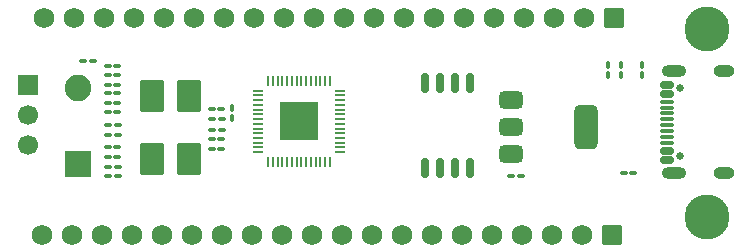
<source format=gbr>
%TF.GenerationSoftware,KiCad,Pcbnew,9.0.6*%
%TF.CreationDate,2025-11-29T13:02:56-06:00*%
%TF.ProjectId,Tony's devboard,546f6e79-2773-4206-9465-76626f617264,rev?*%
%TF.SameCoordinates,Original*%
%TF.FileFunction,Soldermask,Top*%
%TF.FilePolarity,Negative*%
%FSLAX46Y46*%
G04 Gerber Fmt 4.6, Leading zero omitted, Abs format (unit mm)*
G04 Created by KiCad (PCBNEW 9.0.6) date 2025-11-29 13:02:56*
%MOMM*%
%LPD*%
G01*
G04 APERTURE LIST*
G04 Aperture macros list*
%AMRoundRect*
0 Rectangle with rounded corners*
0 $1 Rounding radius*
0 $2 $3 $4 $5 $6 $7 $8 $9 X,Y pos of 4 corners*
0 Add a 4 corners polygon primitive as box body*
4,1,4,$2,$3,$4,$5,$6,$7,$8,$9,$2,$3,0*
0 Add four circle primitives for the rounded corners*
1,1,$1+$1,$2,$3*
1,1,$1+$1,$4,$5*
1,1,$1+$1,$6,$7*
1,1,$1+$1,$8,$9*
0 Add four rect primitives between the rounded corners*
20,1,$1+$1,$2,$3,$4,$5,0*
20,1,$1+$1,$4,$5,$6,$7,0*
20,1,$1+$1,$6,$7,$8,$9,0*
20,1,$1+$1,$8,$9,$2,$3,0*%
G04 Aperture macros list end*
%ADD10RoundRect,0.100000X-0.217500X-0.100000X0.217500X-0.100000X0.217500X0.100000X-0.217500X0.100000X0*%
%ADD11RoundRect,0.100000X0.217500X0.100000X-0.217500X0.100000X-0.217500X-0.100000X0.217500X-0.100000X0*%
%ADD12RoundRect,0.250000X0.620000X0.620000X-0.620000X0.620000X-0.620000X-0.620000X0.620000X-0.620000X0*%
%ADD13C,1.740000*%
%ADD14RoundRect,0.375000X-0.625000X-0.375000X0.625000X-0.375000X0.625000X0.375000X-0.625000X0.375000X0*%
%ADD15RoundRect,0.500000X-0.500000X-1.400000X0.500000X-1.400000X0.500000X1.400000X-0.500000X1.400000X0*%
%ADD16RoundRect,0.100000X0.100000X-0.217500X0.100000X0.217500X-0.100000X0.217500X-0.100000X-0.217500X0*%
%ADD17C,0.650000*%
%ADD18RoundRect,0.150000X0.425000X-0.150000X0.425000X0.150000X-0.425000X0.150000X-0.425000X-0.150000X0*%
%ADD19RoundRect,0.075000X0.500000X-0.075000X0.500000X0.075000X-0.500000X0.075000X-0.500000X-0.075000X0*%
%ADD20O,2.100000X1.000000*%
%ADD21O,1.800000X1.000000*%
%ADD22R,1.700000X1.700000*%
%ADD23C,1.700000*%
%ADD24C,2.600000*%
%ADD25C,3.800000*%
%ADD26R,2.250000X2.250000*%
%ADD27C,2.250000*%
%ADD28RoundRect,0.050000X-0.050000X0.387500X-0.050000X-0.387500X0.050000X-0.387500X0.050000X0.387500X0*%
%ADD29RoundRect,0.050000X-0.387500X0.050000X-0.387500X-0.050000X0.387500X-0.050000X0.387500X0.050000X0*%
%ADD30R,3.200000X3.200000*%
%ADD31RoundRect,0.100000X-0.100000X0.217500X-0.100000X-0.217500X0.100000X-0.217500X0.100000X0.217500X0*%
%ADD32RoundRect,0.250001X-0.799999X1.099999X-0.799999X-1.099999X0.799999X-1.099999X0.799999X1.099999X0*%
%ADD33RoundRect,0.162500X-0.162500X0.650000X-0.162500X-0.650000X0.162500X-0.650000X0.162500X0.650000X0*%
G04 APERTURE END LIST*
D10*
%TO.C,C10*%
X107585000Y-44530000D03*
X108400000Y-44530000D03*
%TD*%
D11*
%TO.C,C9*%
X99562500Y-39880000D03*
X98747500Y-39880000D03*
%TD*%
D12*
%TO.C,J4*%
X141430000Y-53390000D03*
D13*
X138890000Y-53390000D03*
X136350000Y-53390000D03*
X133810000Y-53390000D03*
X131270000Y-53390000D03*
X128730000Y-53390000D03*
X126190000Y-53390000D03*
X123650000Y-53390000D03*
X121110000Y-53390000D03*
X118570000Y-53390000D03*
X116030000Y-53390000D03*
X113490000Y-53390000D03*
X110950000Y-53390000D03*
X108410000Y-53390000D03*
X105870000Y-53390000D03*
X103330000Y-53390000D03*
X100790000Y-53390000D03*
X98250000Y-53390000D03*
X95710000Y-53390000D03*
X93170000Y-53390000D03*
%TD*%
D11*
%TO.C,C14*%
X99557500Y-42220000D03*
X98742500Y-42220000D03*
%TD*%
%TO.C,C15*%
X108370000Y-42780000D03*
X107555000Y-42780000D03*
%TD*%
D14*
%TO.C,U2*%
X132930000Y-41980000D03*
X132930000Y-44280000D03*
D15*
X139230000Y-44280000D03*
D14*
X132930000Y-46580000D03*
%TD*%
D10*
%TO.C,C12*%
X107542500Y-46110000D03*
X108357500Y-46110000D03*
%TD*%
D12*
%TO.C,J3*%
X141620000Y-35000000D03*
D13*
X139080000Y-35000000D03*
X136540000Y-35000000D03*
X134000000Y-35000000D03*
X131460000Y-35000000D03*
X128920000Y-35000000D03*
X126380000Y-35000000D03*
X123840000Y-35000000D03*
X121300000Y-35000000D03*
X118760000Y-35000000D03*
X116220000Y-35000000D03*
X113680000Y-35000000D03*
X111140000Y-35000000D03*
X108600000Y-35000000D03*
X106060000Y-35000000D03*
X103520000Y-35000000D03*
X100980000Y-35000000D03*
X98440000Y-35000000D03*
X95900000Y-35000000D03*
X93360000Y-35000000D03*
%TD*%
D16*
%TO.C,R3*%
X142200000Y-39860000D03*
X142200000Y-39045000D03*
%TD*%
D11*
%TO.C,C13*%
X133755000Y-48400000D03*
X132940000Y-48400000D03*
%TD*%
%TO.C,C3*%
X99562500Y-45950000D03*
X98747500Y-45950000D03*
%TD*%
D17*
%TO.C,J1*%
X147215000Y-46760000D03*
X147215000Y-40980000D03*
D18*
X146140000Y-47070000D03*
X146140000Y-46270000D03*
D19*
X146140000Y-45120000D03*
X146140000Y-44120000D03*
X146140000Y-43620000D03*
X146140000Y-42620000D03*
D18*
X146140000Y-41470000D03*
X146140000Y-40670000D03*
X146140000Y-40670000D03*
X146140000Y-41470000D03*
D19*
X146140000Y-42120000D03*
X146140000Y-43120000D03*
X146140000Y-44620000D03*
X146140000Y-45620000D03*
D18*
X146140000Y-46270000D03*
X146140000Y-47070000D03*
D20*
X146715000Y-48190000D03*
D21*
X150895000Y-48190000D03*
D20*
X146715000Y-39550000D03*
D21*
X150895000Y-39550000D03*
%TD*%
D10*
%TO.C,R7*%
X98755000Y-39100000D03*
X99570000Y-39100000D03*
%TD*%
D22*
%TO.C,J2*%
X92000000Y-40710000D03*
D23*
X92000000Y-43250000D03*
X92000000Y-45790000D03*
%TD*%
D10*
%TO.C,R6*%
X96665000Y-38650000D03*
X97480000Y-38650000D03*
%TD*%
D24*
%TO.C,REF\u002A\u002A*%
X149500000Y-51920000D03*
D25*
X149500000Y-51920000D03*
%TD*%
D11*
%TO.C,C4*%
X99582500Y-44980000D03*
X98767500Y-44980000D03*
%TD*%
D26*
%TO.C,SW1*%
X96220000Y-47440000D03*
D27*
X96220000Y-40940000D03*
%TD*%
D11*
%TO.C,C8*%
X99572500Y-40670000D03*
X98757500Y-40670000D03*
%TD*%
%TO.C,C5*%
X99587500Y-44070000D03*
X98772500Y-44070000D03*
%TD*%
D28*
%TO.C,U1*%
X117550000Y-40362500D03*
X117150000Y-40362500D03*
X116750000Y-40362500D03*
X116350000Y-40362500D03*
X115950000Y-40362500D03*
X115550000Y-40362500D03*
X115150000Y-40362500D03*
X114750000Y-40362500D03*
X114350000Y-40362500D03*
X113950000Y-40362500D03*
X113550000Y-40362500D03*
X113150000Y-40362500D03*
X112750000Y-40362500D03*
X112350000Y-40362500D03*
D29*
X111512500Y-41200000D03*
X111512500Y-41600000D03*
X111512500Y-42000000D03*
X111512500Y-42400000D03*
X111512500Y-42800000D03*
X111512500Y-43200000D03*
X111512500Y-43600000D03*
X111512500Y-44000000D03*
X111512500Y-44400000D03*
X111512500Y-44800000D03*
X111512500Y-45200000D03*
X111512500Y-45600000D03*
X111512500Y-46000000D03*
X111512500Y-46400000D03*
D28*
X112350000Y-47237500D03*
X112750000Y-47237500D03*
X113150000Y-47237500D03*
X113550000Y-47237500D03*
X113950000Y-47237500D03*
X114350000Y-47237500D03*
X114750000Y-47237500D03*
X115150000Y-47237500D03*
X115550000Y-47237500D03*
X115950000Y-47237500D03*
X116350000Y-47237500D03*
X116750000Y-47237500D03*
X117150000Y-47237500D03*
X117550000Y-47237500D03*
D29*
X118387500Y-46400000D03*
X118387500Y-46000000D03*
X118387500Y-45600000D03*
X118387500Y-45200000D03*
X118387500Y-44800000D03*
X118387500Y-44400000D03*
X118387500Y-44000000D03*
X118387500Y-43600000D03*
X118387500Y-43200000D03*
X118387500Y-42800000D03*
X118387500Y-42400000D03*
X118387500Y-42000000D03*
X118387500Y-41600000D03*
X118387500Y-41200000D03*
D30*
X114950000Y-43800000D03*
%TD*%
D31*
%TO.C,R2*%
X143950000Y-39045000D03*
X143950000Y-39860000D03*
%TD*%
D32*
%TO.C,Y1*%
X102530000Y-41670000D03*
X102530000Y-46970000D03*
X105630000Y-46970000D03*
X105630000Y-41670000D03*
%TD*%
D24*
%TO.C,REF\u002A\u002A*%
X149500000Y-35940000D03*
D25*
X149500000Y-35940000D03*
%TD*%
D11*
%TO.C,C1*%
X99622500Y-47630000D03*
X98807500Y-47630000D03*
%TD*%
%TO.C,C6*%
X99562500Y-42970000D03*
X98747500Y-42970000D03*
%TD*%
%TO.C,C17*%
X99617500Y-48400000D03*
X98802500Y-48400000D03*
%TD*%
D10*
%TO.C,R1*%
X142450000Y-48190000D03*
X143265000Y-48190000D03*
%TD*%
D11*
%TO.C,C16*%
X108415000Y-43580000D03*
X107600000Y-43580000D03*
%TD*%
%TO.C,C2*%
X99570000Y-46780000D03*
X98755000Y-46780000D03*
%TD*%
D10*
%TO.C,C11*%
X107560000Y-45300000D03*
X108375000Y-45300000D03*
%TD*%
D11*
%TO.C,C7*%
X99567500Y-41430000D03*
X98752500Y-41430000D03*
%TD*%
D31*
%TO.C,R5*%
X109250000Y-42662500D03*
X109250000Y-43477500D03*
%TD*%
D33*
%TO.C,U3*%
X129465000Y-40532500D03*
X128195000Y-40532500D03*
X126925000Y-40532500D03*
X125655000Y-40532500D03*
X125655000Y-47707500D03*
X126925000Y-47707500D03*
X128195000Y-47707500D03*
X129465000Y-47707500D03*
%TD*%
D16*
%TO.C,R4*%
X141150000Y-39847500D03*
X141150000Y-39032500D03*
%TD*%
M02*

</source>
